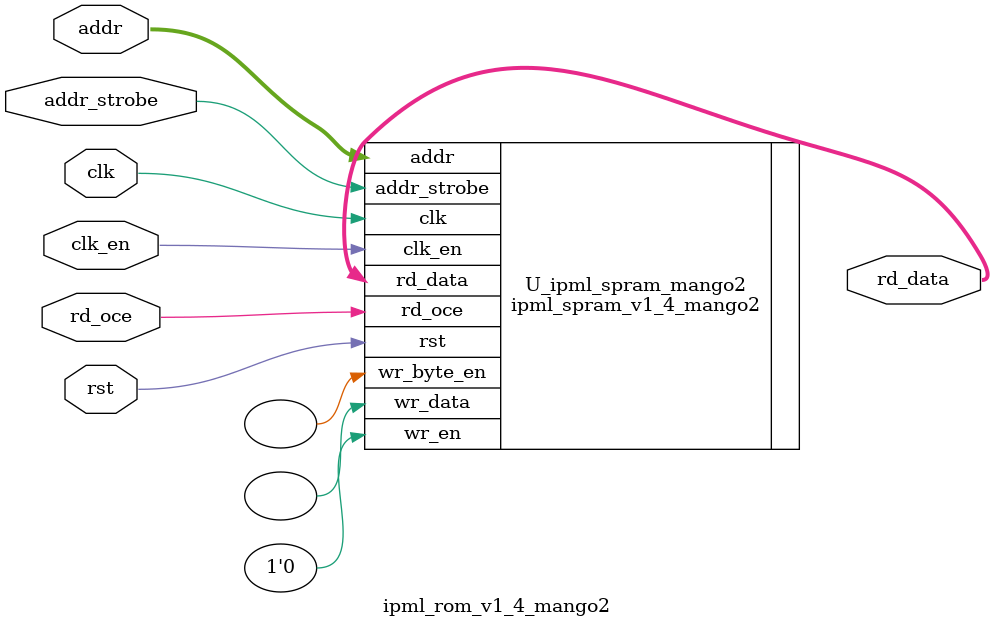
<source format=v>




module ipml_rom_v1_4_mango2
 #(
    parameter  c_SIM_DEVICE     = "LOGOS"      ,
    parameter  c_ADDR_WIDTH     = 10           ,           //write address width  legal value:1~20 
    parameter  c_DATA_WIDTH     = 32           ,           //write data width     legal value:8~1152
    parameter  c_OUTPUT_REG     = 0            ,           //output register      legal value:1~20
    parameter  c_RD_OCE_EN      = 0            ,
    parameter  c_CLK_EN         = 0            ,
    parameter  c_ADDR_STROBE_EN = 0            ,
    parameter  c_RESET_TYPE     = "ASYNC_RESET",           //ASYNC_RESET_SYNC_RELEASE SYNC_RESET legal valve "ASYNC_RESET_SYNC_RELEASE" "SYNC_RESET" "ASYNC_RESET"
    parameter  c_POWER_OPT      = 0            ,           //0 :normal mode  1:low power mode legal value:0 or 1
    parameter  c_CLK_OR_POL_INV = 0            ,           //clk polarity invert for output register   legal value 1 or 0           
    parameter  c_INIT_FILE      = "NONE"       ,           //legal value:"NONE" or "initial file name"
    parameter  c_INIT_FORMAT    = "BIN"                   //initial data format   legal valve: "bin" or "hex"
    
 )
  (
   
    input  wire [c_ADDR_WIDTH-1 : 0]  addr        ,
    output wire [c_DATA_WIDTH-1 : 0]  rd_data     ,
    input  wire                       clk         ,
    input  wire                       clk_en      ,
    input  wire                       addr_strobe ,
    input  wire                       rst         ,
    input  wire                       rd_oce       
  );

//**********************************************************************************************************************************************   
    
//main code
//*************************************************************************************************************************************
//inner variables

ipml_spram_v1_4_mango2
 #(
    .c_SIM_DEVICE     (c_SIM_DEVICE),
    .c_ADDR_WIDTH     (c_ADDR_WIDTH),           //write address width  legal value:1~20                              
    .c_DATA_WIDTH     (c_DATA_WIDTH),           //write data width     legal value:8~1152                            
    .c_OUTPUT_REG     (c_OUTPUT_REG),           //output register      legal value:1~20                              
    .c_RD_OCE_EN      (c_RD_OCE_EN),
    .c_ADDR_STROBE_EN (c_ADDR_STROBE_EN),
    .c_CLK_EN         (c_CLK_EN),
    .c_RESET_TYPE     (c_RESET_TYPE),           //legal valve "ASYNC_RESET_SYNC_RELEASE" "SYNC_RESET" "ASYNC_RESET"  
    .c_POWER_OPT      (c_POWER_OPT),            //0 :normal mode  1:low power mode legal value:0 or 1                 
    .c_CLK_OR_POL_INV (c_CLK_OR_POL_INV),       //clk polarity invert for output register legal value 1 or 0         
    .c_INIT_FILE      (c_INIT_FILE),            //legal value:"NONE" or "initial file name"                          
    .c_INIT_FORMAT    (c_INIT_FORMAT),          //initial data format   legal valve: "bin" or "hex"                  
    .c_WR_BYTE_EN     (0),                      //byte write enable    legal value: 0 or 1                            
    .c_BE_WIDTH       (8),                      //byte width legal value: 1~128
    .c_RAM_MODE       ("ROM"),
    .c_WRITE_MODE     ("NORMAL_WRITE")          //global reset enable  legal value 0 or 1                            
 )  U_ipml_spram_mango2                       //"NORMAL_WRITE"; // TRANSPARENT_WRITE READ_BEFORE_WRITE             
  (
   
    .addr        (addr),
    .wr_data     (),
    .rd_data     (rd_data),
    .wr_en       (1'b0),
    .clk         (clk),
    .clk_en      (clk_en),
    .addr_strobe (addr_strobe),
    .rst         (rst),
    .wr_byte_en  (),
    .rd_oce      (rd_oce) 
  );
 

endmodule


</source>
